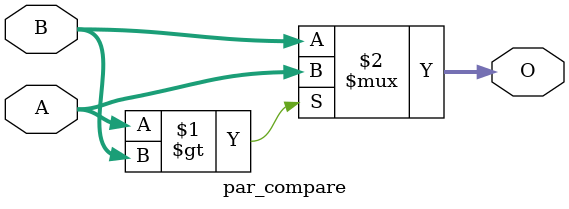
<source format=v>
`timescale 1ns / 1ps
module par_compare_tree(
		vector_i,
		max_o,
		clk_i
    );

	//% Width of each element.
	parameter WIDTH = 4;
	//% Number of elements.
	parameter ELEMENTS = 30;
	//% Input vector (concatenated).
	input [WIDTH*ELEMENTS-1:0] vector_i;
	//% Maximum element output.
	output [WIDTH-1:0] max_o;
	//% System clock. Fully pipelined design, one element per clock.
	input clk_i;
	
	`include "clogb2.vh"
	//% Number of stages needed. This is clogb2(ELEMENTS-1) because clogb2(x) is actually clogb2(x+1).
	parameter NSTAGE = clogb2(ELEMENTS-1);
	parameter TEST = nelem(1, ELEMENTS);
	parameter TEST2 = nelem(2, ELEMENTS);
	parameter TEST3 = nelem(3, ELEMENTS);
	function integer nelem;
		input integer stage;
		input integer max_elem;
		begin
			if (stage == 0) begin
				nelem = max_elem;
			end else begin
				// Divide it by 2.
				nelem = nelem(stage-1,max_elem)>>1;
				// Take the remainder.
				nelem = nelem + (nelem(stage-1,max_elem) % 2);
			end
		end
	endfunction
	
	//% The comparison tree will be connected using these wires. Stage 0 is the input data.
	wire [WIDTH-1:0] compare_tree[NSTAGE:0][ELEMENTS-1:0];
	generate
		genvar i,j,k;
		for (i=0;i<ELEMENTS;i=i+1) begin : EX
			assign compare_tree[0][i] = vector_i[i*WIDTH +: WIDTH];
		end
		for (j=1;j<=NSTAGE;j=j+1) begin : ST
			reg [WIDTH-1:0] stage_elements[nelem(j,ELEMENTS)-1:0];
			for (k=0;k<nelem(j,ELEMENTS);k=k+1) begin : LP
				// Figure out if the previous stage has enough elements.
				if (2*k+1 < nelem(j-1,ELEMENTS)) begin : CMP
					//% Max of two previous stage values.
					wire [WIDTH-1:0] max;
					//% Comparator. This is here to make the schematic readable for checking.
					par_compare #(.WIDTH(WIDTH),.TYPE("GREATER"))
						comp(.A(compare_tree[j-1][2*k]),.B(compare_tree[j-1][2*k+1]),
							  .O(max));
					always @(posedge clk_i) begin : MX
						stage_elements[k] <= max;
					end
				end else begin : DUM
					always @(posedge clk_i) begin : SR
						stage_elements[k] <= compare_tree[j-1][2*k];
					end
				end
				// Fill the compare tree.
				assign compare_tree[j][k] = stage_elements[k];
			end
		end
	endgenerate
	assign max_o = (compare_tree[NSTAGE][0]);
endmodule

module par_compare(A, B, O);
	parameter WIDTH = 4;
	parameter TYPE = "GREATER";
	input [WIDTH-1:0] A;
	input [WIDTH-1:0] B;
	output [WIDTH-1:0] O;
	generate
		if (TYPE == "GREATER") begin : GR
			assign O = (A > B) ? A : B;
		end else if (TYPE == "LESSER") begin : LS
			assign O = (A < B) ? A : B;
		end
	endgenerate
endmodule

</source>
